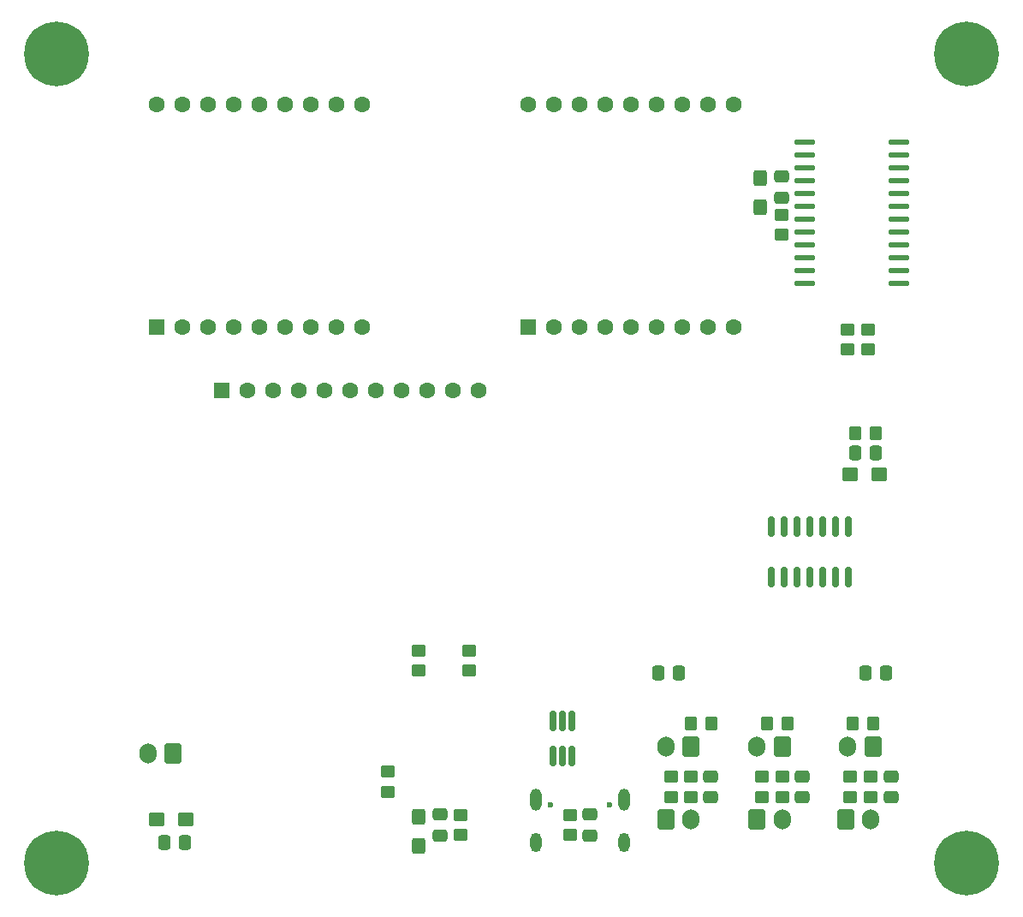
<source format=gbs>
G04 #@! TF.GenerationSoftware,KiCad,Pcbnew,8.0.4*
G04 #@! TF.CreationDate,2024-11-10T19:37:50+01:00*
G04 #@! TF.ProjectId,SchrackCounter,53636872-6163-46b4-936f-756e7465722e,v0.0.4*
G04 #@! TF.SameCoordinates,Original*
G04 #@! TF.FileFunction,Soldermask,Bot*
G04 #@! TF.FilePolarity,Negative*
%FSLAX46Y46*%
G04 Gerber Fmt 4.6, Leading zero omitted, Abs format (unit mm)*
G04 Created by KiCad (PCBNEW 8.0.4) date 2024-11-10 19:37:50*
%MOMM*%
%LPD*%
G01*
G04 APERTURE LIST*
G04 Aperture macros list*
%AMRoundRect*
0 Rectangle with rounded corners*
0 $1 Rounding radius*
0 $2 $3 $4 $5 $6 $7 $8 $9 X,Y pos of 4 corners*
0 Add a 4 corners polygon primitive as box body*
4,1,4,$2,$3,$4,$5,$6,$7,$8,$9,$2,$3,0*
0 Add four circle primitives for the rounded corners*
1,1,$1+$1,$2,$3*
1,1,$1+$1,$4,$5*
1,1,$1+$1,$6,$7*
1,1,$1+$1,$8,$9*
0 Add four rect primitives between the rounded corners*
20,1,$1+$1,$2,$3,$4,$5,0*
20,1,$1+$1,$4,$5,$6,$7,0*
20,1,$1+$1,$6,$7,$8,$9,0*
20,1,$1+$1,$8,$9,$2,$3,0*%
G04 Aperture macros list end*
%ADD10R,1.600000X1.600000*%
%ADD11C,1.600000*%
%ADD12RoundRect,0.250000X0.600000X0.750000X-0.600000X0.750000X-0.600000X-0.750000X0.600000X-0.750000X0*%
%ADD13O,1.700000X2.000000*%
%ADD14C,0.800000*%
%ADD15C,6.400000*%
%ADD16RoundRect,0.250000X-0.600000X-0.750000X0.600000X-0.750000X0.600000X0.750000X-0.600000X0.750000X0*%
%ADD17C,0.600000*%
%ADD18O,1.104000X2.204000*%
%ADD19O,1.104000X1.904000*%
%ADD20RoundRect,0.250000X-0.425000X0.537500X-0.425000X-0.537500X0.425000X-0.537500X0.425000X0.537500X0*%
%ADD21RoundRect,0.250000X0.450000X-0.350000X0.450000X0.350000X-0.450000X0.350000X-0.450000X-0.350000X0*%
%ADD22RoundRect,0.137500X0.862500X0.137500X-0.862500X0.137500X-0.862500X-0.137500X0.862500X-0.137500X0*%
%ADD23RoundRect,0.250000X0.350000X0.450000X-0.350000X0.450000X-0.350000X-0.450000X0.350000X-0.450000X0*%
%ADD24RoundRect,0.250000X-0.450000X0.350000X-0.450000X-0.350000X0.450000X-0.350000X0.450000X0.350000X0*%
%ADD25RoundRect,0.162500X0.162500X-0.837500X0.162500X0.837500X-0.162500X0.837500X-0.162500X-0.837500X0*%
%ADD26RoundRect,0.250000X0.537500X0.425000X-0.537500X0.425000X-0.537500X-0.425000X0.537500X-0.425000X0*%
%ADD27RoundRect,0.250000X0.475000X-0.337500X0.475000X0.337500X-0.475000X0.337500X-0.475000X-0.337500X0*%
%ADD28RoundRect,0.250000X-0.475000X0.337500X-0.475000X-0.337500X0.475000X-0.337500X0.475000X0.337500X0*%
%ADD29RoundRect,0.250000X0.337500X0.475000X-0.337500X0.475000X-0.337500X-0.475000X0.337500X-0.475000X0*%
%ADD30RoundRect,0.250000X-0.350000X-0.450000X0.350000X-0.450000X0.350000X0.450000X-0.350000X0.450000X0*%
%ADD31RoundRect,0.250000X-0.337500X-0.475000X0.337500X-0.475000X0.337500X0.475000X-0.337500X0.475000X0*%
%ADD32RoundRect,0.150000X0.150000X-0.825000X0.150000X0.825000X-0.150000X0.825000X-0.150000X-0.825000X0*%
%ADD33RoundRect,0.250000X0.425000X-0.537500X0.425000X0.537500X-0.425000X0.537500X-0.425000X-0.537500X0*%
G04 APERTURE END LIST*
D10*
X170800000Y-90880000D03*
D11*
X173340000Y-90880000D03*
X175880000Y-90880000D03*
X178420000Y-90880000D03*
X180960000Y-90880000D03*
X183500000Y-90880000D03*
X186040000Y-90910000D03*
X188580000Y-90910000D03*
X191120000Y-90910000D03*
X193660000Y-90910000D03*
X196200000Y-90910000D03*
D12*
X235250000Y-126130000D03*
D13*
X232750000Y-126130000D03*
D10*
X201100000Y-84580000D03*
D11*
X203640000Y-84580000D03*
X206180000Y-84580000D03*
X208720000Y-84580000D03*
X211260000Y-84580000D03*
X213800000Y-84580000D03*
X216340000Y-84610000D03*
X218880000Y-84610000D03*
X221420000Y-84610000D03*
X221420000Y-62580000D03*
X218880000Y-62580000D03*
X216340000Y-62580000D03*
X213800000Y-62580000D03*
X211260000Y-62580000D03*
X208720000Y-62580000D03*
X206180000Y-62550000D03*
X203640000Y-62550000D03*
X201100000Y-62550000D03*
D14*
X242100000Y-137580000D03*
X242802944Y-135882944D03*
X242802944Y-139277056D03*
X244500000Y-135180000D03*
D15*
X244500000Y-137580000D03*
D14*
X244500000Y-139980000D03*
X246197056Y-135882944D03*
X246197056Y-139277056D03*
X246900000Y-137580000D03*
D12*
X226250000Y-126130000D03*
D13*
X223750000Y-126130000D03*
D14*
X242100000Y-57580000D03*
X242802944Y-55882944D03*
X242802944Y-59277056D03*
X244500000Y-55180000D03*
D15*
X244500000Y-57580000D03*
D14*
X244500000Y-59980000D03*
X246197056Y-55882944D03*
X246197056Y-59277056D03*
X246900000Y-57580000D03*
D10*
X164400000Y-84580000D03*
D11*
X166940000Y-84580000D03*
X169480000Y-84580000D03*
X172020000Y-84580000D03*
X174560000Y-84580000D03*
X177100000Y-84580000D03*
X179640000Y-84610000D03*
X182180000Y-84610000D03*
X184720000Y-84610000D03*
X184720000Y-62580000D03*
X182180000Y-62580000D03*
X179640000Y-62580000D03*
X177100000Y-62580000D03*
X174560000Y-62580000D03*
X172020000Y-62580000D03*
X169480000Y-62550000D03*
X166940000Y-62550000D03*
X164400000Y-62550000D03*
D16*
X214750000Y-133305000D03*
D13*
X217250000Y-133305000D03*
D12*
X217250000Y-126130000D03*
D13*
X214750000Y-126130000D03*
D12*
X166000000Y-126805000D03*
D13*
X163500000Y-126805000D03*
D14*
X152100000Y-137580000D03*
X152802944Y-135882944D03*
X152802944Y-139277056D03*
X154500000Y-135180000D03*
D15*
X154500000Y-137580000D03*
D14*
X154500000Y-139980000D03*
X156197056Y-135882944D03*
X156197056Y-139277056D03*
X156900000Y-137580000D03*
D16*
X232500000Y-133305000D03*
D13*
X235000000Y-133305000D03*
D16*
X223750000Y-133305000D03*
D13*
X226250000Y-133305000D03*
D17*
X203360000Y-131862500D03*
X209140000Y-131862500D03*
D18*
X201925000Y-131372500D03*
X210575000Y-131372500D03*
D19*
X201925000Y-135542500D03*
X210575000Y-135542500D03*
D14*
X152100000Y-57580000D03*
X152802944Y-55882944D03*
X152802944Y-59277056D03*
X154500000Y-55180000D03*
D15*
X154500000Y-57580000D03*
D14*
X154500000Y-59980000D03*
X156197056Y-55882944D03*
X156197056Y-59277056D03*
X156900000Y-57580000D03*
D20*
X190300000Y-133005000D03*
X190300000Y-135880000D03*
D21*
X232750000Y-86830000D03*
X232750000Y-84830000D03*
D22*
X237800000Y-66345000D03*
X237800000Y-67615000D03*
X237800000Y-68885000D03*
X237800000Y-70155000D03*
X237800000Y-71425000D03*
X237800000Y-72695000D03*
X237800000Y-73965000D03*
X237800000Y-75235000D03*
X237800000Y-76505000D03*
X237800000Y-77775000D03*
X237800000Y-79045000D03*
X237800000Y-80315000D03*
X228500000Y-80315000D03*
X228500000Y-79045000D03*
X228500000Y-77775000D03*
X228500000Y-76505000D03*
X228500000Y-75235000D03*
X228500000Y-73965000D03*
X228500000Y-72695000D03*
X228500000Y-71425000D03*
X228500000Y-70155000D03*
X228500000Y-68885000D03*
X228500000Y-67615000D03*
X228500000Y-66345000D03*
D23*
X235250000Y-123830000D03*
X233250000Y-123830000D03*
D24*
X226150000Y-73492500D03*
X226150000Y-75492500D03*
D25*
X205450000Y-127002500D03*
X204500000Y-127002500D03*
X203550000Y-127002500D03*
X203550000Y-123582500D03*
X204500000Y-123582500D03*
X205450000Y-123582500D03*
D26*
X235837500Y-99180000D03*
X232962500Y-99180000D03*
D27*
X226150000Y-71780000D03*
X226150000Y-69705000D03*
D28*
X207250000Y-132792500D03*
X207250000Y-134867500D03*
D21*
X234750000Y-86830000D03*
X234750000Y-84830000D03*
D24*
X215250000Y-129080000D03*
X215250000Y-131080000D03*
D26*
X167262500Y-133330000D03*
X164387500Y-133330000D03*
D24*
X233000000Y-129080000D03*
X233000000Y-131080000D03*
X235000000Y-129080000D03*
X235000000Y-131080000D03*
D21*
X205250000Y-134830000D03*
X205250000Y-132830000D03*
D24*
X195250000Y-116580000D03*
X195250000Y-118580000D03*
D29*
X167187500Y-135580000D03*
X165112500Y-135580000D03*
D24*
X194400000Y-132842500D03*
X194400000Y-134842500D03*
D29*
X235537500Y-97080000D03*
X233462500Y-97080000D03*
D24*
X187250000Y-128580000D03*
X187250000Y-130580000D03*
D30*
X224750000Y-123830000D03*
X226750000Y-123830000D03*
D29*
X216037500Y-118830000D03*
X213962500Y-118830000D03*
D30*
X233500000Y-95080000D03*
X235500000Y-95080000D03*
D27*
X219200000Y-131117500D03*
X219200000Y-129042500D03*
X237000000Y-131117500D03*
X237000000Y-129042500D03*
D31*
X234462500Y-118830000D03*
X236537500Y-118830000D03*
D32*
X232810000Y-109305000D03*
X231540000Y-109305000D03*
X230270000Y-109305000D03*
X229000000Y-109305000D03*
X227730000Y-109305000D03*
X226460000Y-109305000D03*
X225190000Y-109305000D03*
X225190000Y-104355000D03*
X226460000Y-104355000D03*
X227730000Y-104355000D03*
X229000000Y-104355000D03*
X230270000Y-104355000D03*
X231540000Y-104355000D03*
X232810000Y-104355000D03*
D24*
X226250000Y-129080000D03*
X226250000Y-131080000D03*
D33*
X224050000Y-72767500D03*
X224050000Y-69892500D03*
D27*
X228250000Y-131117500D03*
X228250000Y-129042500D03*
D30*
X217250001Y-123829999D03*
X219249999Y-123830001D03*
D24*
X224250000Y-129080000D03*
X224250000Y-131080000D03*
D28*
X192400000Y-132805000D03*
X192400000Y-134880000D03*
D24*
X190250000Y-116580000D03*
X190250000Y-118580000D03*
X217250000Y-129080000D03*
X217250000Y-131080000D03*
M02*

</source>
